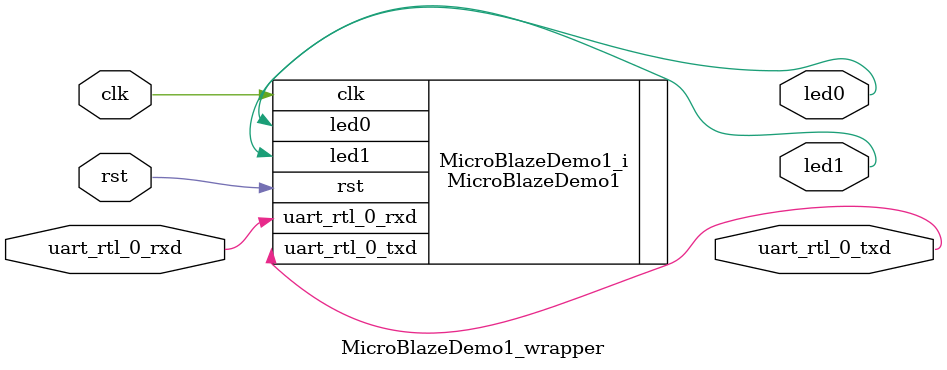
<source format=v>
`timescale 1 ps / 1 ps

module MicroBlazeDemo1_wrapper
   (clk,
    led0,
    led1,
    rst,
    uart_rtl_0_rxd,
    uart_rtl_0_txd);
  input clk;
  output led0;
  output led1;
  input rst;
  input uart_rtl_0_rxd;
  output uart_rtl_0_txd;

  wire clk;
  wire led0;
  wire led1;
  wire rst;
  wire uart_rtl_0_rxd;
  wire uart_rtl_0_txd;

  MicroBlazeDemo1 MicroBlazeDemo1_i
       (.clk(clk),
        .led0(led0),
        .led1(led1),
        .rst(rst),
        .uart_rtl_0_rxd(uart_rtl_0_rxd),
        .uart_rtl_0_txd(uart_rtl_0_txd));
endmodule

</source>
